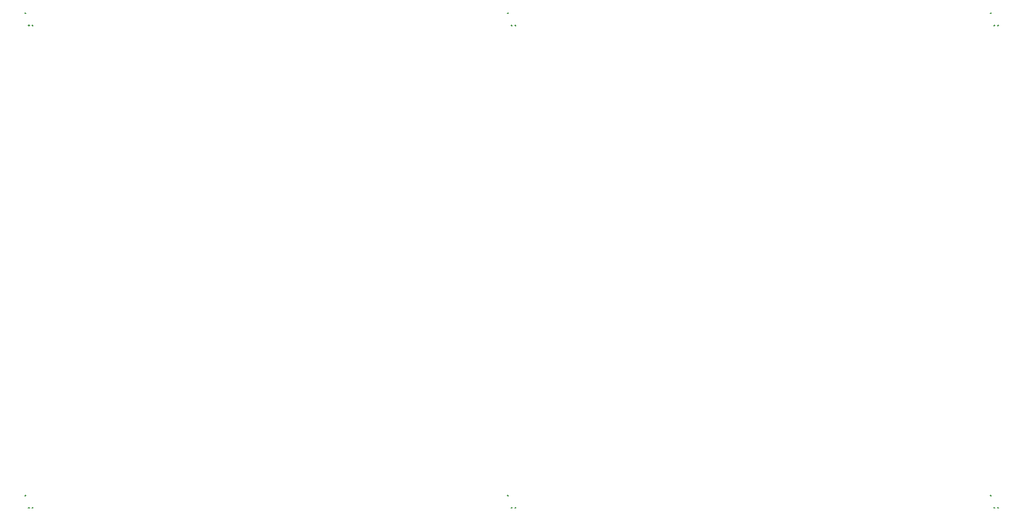
<source format=gbr>
%TF.GenerationSoftware,Altium Limited,Altium Designer,22.5.1 (42)*%
G04 Layer_Color=128*
%FSLAX26Y26*%
%MOIN*%
%TF.SameCoordinates,0DA79311-8CAD-460E-879A-7D23F4F2BAF0*%
%TF.FilePolarity,Positive*%
%TF.FileFunction,Drillmap*%
%TF.Part,Single*%
G01*
G75*
%TA.AperFunction,NonConductor*%
%ADD42C,0.005000*%
D42*
X1562992Y4101181D02*
X1566929D01*
X1564961Y4099213D02*
Y4103150D01*
X1582677Y4101181D02*
X1586614D01*
X1584646Y4099213D02*
Y4103150D01*
X4122047Y4101181D02*
X4125984D01*
X4124016Y4099213D02*
Y4103150D01*
X4141732Y4101181D02*
X4145669D01*
X4143701Y4099213D02*
Y4103150D01*
X6681102Y4101181D02*
X6685039D01*
X6683071Y4099213D02*
Y4103150D01*
X6700787Y4101181D02*
X6704724D01*
X6702756Y4099213D02*
Y4103150D01*
X6681102Y6660236D02*
X6685039D01*
X6683071Y6658268D02*
Y6662205D01*
X6700787Y6660236D02*
X6704724D01*
X6702756Y6658268D02*
Y6662205D01*
X4122047Y6660236D02*
X4125984D01*
X4124016Y6658268D02*
Y6662205D01*
X4141732Y6660236D02*
X4145669D01*
X4143701Y6658268D02*
Y6662205D01*
X1582677Y6660236D02*
X1586614D01*
X1584646Y6658268D02*
Y6662205D01*
X1562992Y6660236D02*
X1566929D01*
X1564961Y6658268D02*
Y6662205D01*
X6661417Y6725591D02*
X6665354D01*
X6663386Y6723622D02*
Y6727559D01*
X4102362Y6725591D02*
X4106299D01*
X4104331Y6723622D02*
Y6727559D01*
X1543307Y4166535D02*
X1547244D01*
X1545275Y4164567D02*
Y4168504D01*
X4102362Y4166535D02*
X4106299D01*
X4104331Y4164567D02*
Y4168504D01*
X6661417Y4166535D02*
X6665354D01*
X6663386Y4164567D02*
Y4168504D01*
X1543307Y6725591D02*
X1547244D01*
X1545275Y6723622D02*
Y6727559D01*
%TF.MD5,02ece5c82e4fd77a5cd20514414c578f*%
M02*

</source>
